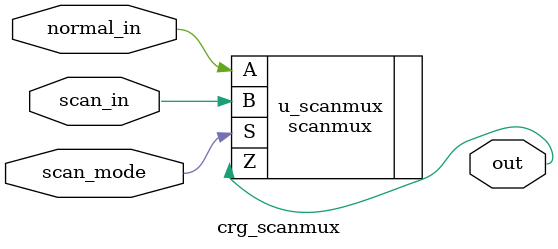
<source format=v>

module async_fifo_avail(
       //write clock domain
       wr_clk,
       wr_reset_n,
       wr_en,
       wr_data,
       wr_full,
       wr_avail_entry,
       //read clock domain
       rd_clk,
       rd_reset_n,
       rd_en,
       rd_data,
       rd_empty
       );
parameter FIFO_WIDTH = 64;
parameter FIFO_DEPTH_INDEX = 4;
parameter FIFO_DEPTH = 1<<FIFO_DEPTH_INDEX;
parameter FIFO_DEPTH_INDEX_PLUS1 = FIFO_DEPTH_INDEX +1;

input   wr_clk;
input   wr_reset_n;
input   wr_en;
input  [FIFO_WIDTH-1:0] wr_data;
output  wr_full;
output [FIFO_DEPTH_INDEX:0] wr_avail_entry;//available entry number


input   rd_clk;
input   rd_reset_n;
input   rd_en;
output  rd_empty;
output [FIFO_WIDTH-1:0] rd_data;

//variable definition
//write clock domain
reg [FIFO_WIDTH-1:0] wr_r_array [FIFO_DEPTH-1:0];//register array
reg [FIFO_DEPTH_INDEX:0] wr_wpointer;//write pointer
wire [FIFO_DEPTH_INDEX:0] wr_wpointer_add1;//write pointer plus 1
reg [FIFO_DEPTH_INDEX:0] wr_wpointer_gray;//write pointer in gray code
reg [FIFO_DEPTH_INDEX:0] wr_wpointer_gray_next;//next write pointer in gray code
reg [FIFO_DEPTH_INDEX:0] wr_rpointer;//synced read pointer
reg [FIFO_DEPTH_INDEX:0] wr_rpointer_sync1;//synchronizer, level 1
reg [FIFO_DEPTH_INDEX:0] wr_rpointer_sync2;//synchronizer, level 2
wire [FIFO_DEPTH_INDEX-1:0] wr_wpointer_index;//write pointer, exclude the extra bit
reg [FIFO_DEPTH_INDEX:0] wr_avail_entry;//available entry number
wire [FIFO_DEPTH_INDEX-1:0] wr_avail_entry_lsb;
//read clock domain
reg [FIFO_DEPTH_INDEX:0] rd_rpointer;//read pointer
wire [FIFO_DEPTH_INDEX:0] rd_rpointer_add1;//read pointer plus 1
reg [FIFO_DEPTH_INDEX:0] rd_rpointer_gray;//read pointer in gray code
reg [FIFO_DEPTH_INDEX:0] rd_rpointer_gray_next;//next read pointer in gray code
reg [FIFO_DEPTH_INDEX:0] rd_wpointer;//synced write pointer
reg [FIFO_DEPTH_INDEX:0] rd_wpointer_sync1;//synchronizer, level 1
reg [FIFO_DEPTH_INDEX:0] rd_wpointer_sync2;//synchronizer, level 2
wire [FIFO_DEPTH_INDEX:0] rd_rpointer_index;//read pointer, exclude the extra bit

/**********write clock domain logic*******************************/
assign wr_wpointer_index = wr_wpointer[FIFO_DEPTH_INDEX-1:0];
integer i;
always @(posedge wr_clk or negedge wr_reset_n)
begin
  if(!wr_reset_n)
  begin
    wr_wpointer_gray <= {FIFO_DEPTH_INDEX_PLUS1{1'b0}};
    for(i=0;i<FIFO_DEPTH;i=i+1) 
    begin
      wr_r_array[i] <= {FIFO_WIDTH{1'b0}};
    end
  end
  else if(wr_en&&!wr_full)
  //igore the write operation if the FIFO is already full
  begin
    wr_r_array[wr_wpointer_index]<=wr_data;
    wr_wpointer_gray<=wr_wpointer_gray_next;
  end
end

//gray code to binary code
always @(wr_wpointer_gray)
begin
  wr_wpointer[FIFO_DEPTH_INDEX] = wr_wpointer_gray[FIFO_DEPTH_INDEX];
  for(i=FIFO_DEPTH_INDEX-1;i>=0;i=i-1)
  begin
    wr_wpointer[i]=wr_wpointer_gray[i]^wr_wpointer[i+1];
  end
end
assign wr_wpointer_add1 = wr_wpointer + 'd1;
//binary code to gray code
always @(wr_wpointer_add1)
begin
  wr_wpointer_gray_next[FIFO_DEPTH_INDEX] = wr_wpointer_add1[FIFO_DEPTH_INDEX];
  for(i=0;i<FIFO_DEPTH_INDEX;i=i+1)
  begin  
    wr_wpointer_gray_next[i]= wr_wpointer_add1[i+1]^wr_wpointer_add1[i];
  end
end


//Sync gray read pointer to write clock domain
always @(posedge wr_clk or negedge wr_reset_n)
begin
  if(!wr_reset_n)
  begin
    wr_rpointer_sync1 <= {FIFO_DEPTH_INDEX{1'b0}};
    wr_rpointer_sync2 <= {FIFO_DEPTH_INDEX{1'b0}};
  end
  else
  begin
    wr_rpointer_sync1 <= rd_rpointer_gray;
    wr_rpointer_sync2 <= wr_rpointer_sync1;
  end
end

//gray code to binary code
always @(wr_rpointer_sync2)
begin
  wr_rpointer[FIFO_DEPTH_INDEX] = wr_rpointer_sync2[FIFO_DEPTH_INDEX];
  for(i=FIFO_DEPTH_INDEX-1;i>=0;i=i-1)
  begin
    wr_rpointer[i]=wr_rpointer_sync2[i]^wr_rpointer[i+1];
  end
end

assign wr_full = (wr_wpointer[FIFO_DEPTH_INDEX]!=wr_rpointer[FIFO_DEPTH_INDEX])&&
          (wr_wpointer[FIFO_DEPTH_INDEX-1:0]==wr_rpointer[FIFO_DEPTH_INDEX-1:0]); 

assign wr_avail_entry_lsb=(wr_rpointer[FIFO_DEPTH_INDEX-1:0]-wr_wpointer[FIFO_DEPTH_INDEX-1:0]);
always@(*)
begin
  if(wr_wpointer==wr_rpointer)//fifo empty
    wr_avail_entry=1<<FIFO_DEPTH_INDEX;
  else 
    wr_avail_entry={1'b0,wr_avail_entry_lsb};
end
    

/**********read clock domain logic*******************************/
assign rd_rpointer_index = rd_rpointer[FIFO_DEPTH_INDEX-1:0];
always @(posedge rd_clk or negedge rd_reset_n)
begin
  if(!rd_reset_n)
    rd_rpointer_gray <= {FIFO_DEPTH_INDEX_PLUS1{1'b0}};
  else if(rd_en&&!rd_empty)
    rd_rpointer_gray <= rd_rpointer_gray_next;
end

assign rd_rpointer_add1 = rd_rpointer + 'd1;
//binary code to gray code
always @(rd_rpointer_add1)
begin
  rd_rpointer_gray_next[FIFO_DEPTH_INDEX] = rd_rpointer_add1[FIFO_DEPTH_INDEX];
  for(i=0;i<FIFO_DEPTH_INDEX;i=i+1)
  begin  
    rd_rpointer_gray_next[i]= rd_rpointer_add1[i+1]^rd_rpointer_add1[i];
  end
end

//gray code to binary code
always @(rd_rpointer_gray)
begin
  rd_rpointer[FIFO_DEPTH_INDEX] = rd_rpointer_gray[FIFO_DEPTH_INDEX];
  for(i=FIFO_DEPTH_INDEX-1;i>=0;i=i-1)
  begin
    rd_rpointer[i]=rd_rpointer_gray[i]^rd_rpointer[i+1];
  end
end


//Sync gray write pointer to read clock domain
always @(posedge rd_clk or negedge rd_reset_n)
begin
  if(!rd_reset_n)
  begin
    rd_wpointer_sync1 <= {FIFO_DEPTH_INDEX{1'b0}};
    rd_wpointer_sync2 <= {FIFO_DEPTH_INDEX{1'b0}};
  end
  else
  begin
    rd_wpointer_sync1 <= wr_wpointer_gray;
    rd_wpointer_sync2 <= rd_wpointer_sync1;
  end
end

//gray code to binary code
always @(rd_wpointer_sync2)
begin
  rd_wpointer[FIFO_DEPTH_INDEX] = rd_wpointer_sync2[FIFO_DEPTH_INDEX];
  for(i=FIFO_DEPTH_INDEX-1;i>=0;i=i-1)
  begin
    rd_wpointer[i]=rd_wpointer_sync2[i]^rd_wpointer[i+1];
  end
end

assign rd_empty = (rd_wpointer==rd_rpointer);
assign rd_data = wr_r_array[rd_rpointer_index];
endmodule

//***********************************************************************
//    Copyright (c) 2016 Corigine, Inc.
//    All Rights Reserved.
//***********************************************************************
//-----------------------------------------------------------------------
// File:        async_fifo.v
// Created:     14:58:02, Feb 01, 2016
//-----------------------------------------------------------------------
// Abstract:    This file implements a asynchronous FIFO based on register
//              array. The FIFO will ignore the write operation in full
//              condition and the read operation in empty condition.
//
// Naming convention:   
//    r_* represents register  
//    w_* represents wire 
//    x_* and y_* represent signal in clock domain x and y in sync module
//-----------------------------------------------------------------------
module async_fifo(
       //write clock domain
       wr_clk,
       wr_reset_n,
       wr_en,
       wr_data,
       wr_full,
       //read clock domain
       rd_clk,
       rd_reset_n,
       rd_en,
       rd_data,
       rd_empty
       );
parameter FIFO_WIDTH = 64;
parameter FIFO_DEPTH_INDEX = 4;
parameter FIFO_DEPTH = 1<<FIFO_DEPTH_INDEX;
parameter FIFO_DEPTH_INDEX_PLUS1 = FIFO_DEPTH_INDEX +1;

input   wr_clk;
input   wr_reset_n;
input   wr_en;
input  [FIFO_WIDTH-1:0] wr_data;
output  wr_full;

input   rd_clk;
input   rd_reset_n;
input   rd_en;
output  rd_empty;
output [FIFO_WIDTH-1:0] rd_data;

//1 depth FIFO is a little special, you don't really need pointers
generate if ( FIFO_DEPTH_INDEX == 0 ) begin: gen_fifo_depth1
reg [FIFO_WIDTH-1:0]    wr_r_array;
reg [FIFO_WIDTH-1:0]    rd_r_array_sync;
reg                     wr_state;
reg                     rd_state;
reg                     wr_state_sync1;
reg                     wr_state_sync2;
reg                     wr_state_sync3;
reg                     rd_state_sync1;
reg                     rd_state_sync2;
wire                    wr_state_sync;
wire                    rd_state_sync;

//write data
always @( posedge wr_clk or negedge wr_reset_n ) begin
    if ( ~wr_reset_n ) begin
        wr_r_array      <= {FIFO_WIDTH{1'b0}};
    end
    else if ( wr_en && ~wr_full ) begin
        wr_r_array      <= wr_data;
    end
end

//toggle write state
always @( posedge wr_clk or negedge wr_reset_n ) begin
    if ( ~wr_reset_n ) begin
        wr_state        <= 1'b0;
    end
    else if ( wr_en && ~wr_full ) begin
        wr_state        <= ~wr_state;
    end
end

//sync read state back
always @( posedge wr_clk or negedge wr_reset_n ) begin
    if ( ~wr_reset_n ) begin
        rd_state_sync1  <= 1'b0;
        rd_state_sync2  <= 1'b0;
    end
    else begin
        rd_state_sync1  <= rd_state;
        rd_state_sync2  <= rd_state_sync1;
    end
end
assign  rd_state_sync = rd_state_sync2;
assign  wr_full = wr_state != rd_state_sync;

//maintain the read state
always @( posedge rd_clk or negedge rd_reset_n ) begin
    if ( ~rd_reset_n ) begin
        rd_state        <= 1'b0;
    end
    else if ( rd_en && ~rd_empty ) begin
        rd_state        <= ~rd_state;
    end
end

always @( posedge rd_clk or negedge rd_reset_n ) begin
    if ( ~rd_reset_n ) begin
      rd_r_array_sync<={FIFO_WIDTH{1'b0}};
    end
    else if (wr_state_sync2!=wr_state_sync3) begin
      rd_r_array_sync<=wr_r_array;
    end
end

//sync write state
always @( posedge rd_clk or negedge rd_reset_n ) begin
    if ( ~rd_reset_n ) begin
        wr_state_sync1  <= 1'b0;
        wr_state_sync2  <= 1'b0;
        wr_state_sync3  <= 1'b0;
    end
    else begin
        wr_state_sync1  <= wr_state;
        wr_state_sync2  <= wr_state_sync1;
        wr_state_sync3  <= wr_state_sync2;
    end
end
assign  wr_state_sync = wr_state_sync3;

assign  rd_empty = rd_state == wr_state_sync;
assign  rd_data = rd_r_array_sync;

end
else begin: gen_fifo_other_depth
//variable definition
//write clock domain
reg [FIFO_WIDTH-1:0] wr_r_array [FIFO_DEPTH-1:0];//register array
reg [FIFO_DEPTH_INDEX:0] wr_wpointer;//write pointer
wire [FIFO_DEPTH_INDEX:0] wr_wpointer_add1;//write pointer
reg [FIFO_DEPTH_INDEX:0] wr_wpointer_gray;//write pointer in gray code
reg [FIFO_DEPTH_INDEX:0] wr_wpointer_gray_next;//write pointer in gray code
reg [FIFO_DEPTH_INDEX:0] wr_rpointer;//synced read pointer
reg [FIFO_DEPTH_INDEX:0] wr_rpointer_sync1;//synchronizer, level 1
reg [FIFO_DEPTH_INDEX:0] wr_rpointer_sync2;//synchronizer, level 2
wire [FIFO_DEPTH_INDEX-1:0] wr_wpointer_index;//write pointer, exclude the extra bit

//read clock domain
reg [FIFO_DEPTH_INDEX:0] rd_rpointer;//read pointer
wire [FIFO_DEPTH_INDEX:0] rd_rpointer_add1;//read pointer
reg [FIFO_DEPTH_INDEX:0] rd_rpointer_gray;//read pointer in gray code
reg [FIFO_DEPTH_INDEX:0] rd_rpointer_gray_next;//read pointer in gray code
reg [FIFO_DEPTH_INDEX:0] rd_wpointer;//synced write pointer
reg [FIFO_DEPTH_INDEX:0] rd_wpointer_sync1;//synchronizer, level 1
reg [FIFO_DEPTH_INDEX:0] rd_wpointer_sync2;//synchronizer, level 2
wire [FIFO_DEPTH_INDEX-1:0] rd_rpointer_index;//read pointer, exclude the extra bit

/**********write clock domain logic*******************************/
assign wr_wpointer_index = wr_wpointer[FIFO_DEPTH_INDEX-1:0];
integer i;
always @(posedge wr_clk or negedge wr_reset_n)
begin
  if(!wr_reset_n)
  begin
    wr_wpointer_gray <= {FIFO_DEPTH_INDEX_PLUS1{1'b0}};
    for(i=0;i<FIFO_DEPTH;i=i+1) 
    begin
      wr_r_array[i] <= {FIFO_WIDTH{1'b0}};
    end
  end
  else if(wr_en&&!wr_full)
  //igore the write operation if the FIFO is already full
  begin
    wr_r_array[wr_wpointer_index]<=wr_data;
    wr_wpointer_gray<=wr_wpointer_gray_next;
  end
end

//binary code to gray code
always @(wr_wpointer_add1)
begin
  wr_wpointer_gray_next[FIFO_DEPTH_INDEX] = wr_wpointer_add1[FIFO_DEPTH_INDEX];
  for(i=0;i<FIFO_DEPTH_INDEX;i=i+1)
  begin  
    wr_wpointer_gray_next[i]= wr_wpointer_add1[i+1]^wr_wpointer_add1[i];
  end
end

//gray code to binary code
always @(wr_wpointer_gray)
begin
  wr_wpointer[FIFO_DEPTH_INDEX] = wr_wpointer_gray[FIFO_DEPTH_INDEX];
  for(i=FIFO_DEPTH_INDEX-1;i>=0;i=i-1)
  begin
    wr_wpointer[i]=wr_wpointer_gray[i]^wr_wpointer[i+1];
  end
end

assign wr_wpointer_add1 = wr_wpointer + 'd1;

//Sync gray read pointer to write clock domain
always @(posedge wr_clk or negedge wr_reset_n)
begin
  if(!wr_reset_n)
  begin
    wr_rpointer_sync1 <= {FIFO_DEPTH_INDEX{1'b0}};
    wr_rpointer_sync2 <= {FIFO_DEPTH_INDEX{1'b0}};
  end
  else
  begin
    wr_rpointer_sync1 <= rd_rpointer_gray;
    wr_rpointer_sync2 <= wr_rpointer_sync1;
  end
end

//gray code to binary code
always @(wr_rpointer_sync2)
begin
  wr_rpointer[FIFO_DEPTH_INDEX] = wr_rpointer_sync2[FIFO_DEPTH_INDEX];
  for(i=FIFO_DEPTH_INDEX-1;i>=0;i=i-1)
  begin
    wr_rpointer[i]=wr_rpointer_sync2[i]^wr_rpointer[i+1];
  end
end

assign wr_full = (wr_wpointer[FIFO_DEPTH_INDEX]!=wr_rpointer[FIFO_DEPTH_INDEX])&&
          (wr_wpointer[FIFO_DEPTH_INDEX-1:0]==wr_rpointer[FIFO_DEPTH_INDEX-1:0]); 
  
/**********read clock domain logic*******************************/
assign rd_rpointer_index = rd_rpointer[FIFO_DEPTH_INDEX-1:0];
always @(posedge rd_clk or negedge rd_reset_n)
begin
  if(!rd_reset_n)
    rd_rpointer_gray <= {FIFO_DEPTH_INDEX_PLUS1{1'b0}};
  else if(rd_en&&!rd_empty)
    rd_rpointer_gray <= rd_rpointer_gray_next;
end

//binary code to gray code
always @(rd_rpointer_add1)
begin
  rd_rpointer_gray_next[FIFO_DEPTH_INDEX] = rd_rpointer_add1[FIFO_DEPTH_INDEX];
  for(i=0;i<FIFO_DEPTH_INDEX;i=i+1)
  begin  
    rd_rpointer_gray_next[i]= rd_rpointer_add1[i+1]^rd_rpointer_add1[i];
  end
end
//gray code to binary code
always @(rd_rpointer_gray)
begin
  rd_rpointer[FIFO_DEPTH_INDEX] = rd_rpointer_gray[FIFO_DEPTH_INDEX];
  for(i=FIFO_DEPTH_INDEX-1;i>=0;i=i-1)
  begin
    rd_rpointer[i]=rd_rpointer_gray[i]^rd_rpointer[i+1];
  end
end

assign rd_rpointer_add1 = rd_rpointer + 'd1;


//Sync gray write pointer to read clock domain
always @(posedge rd_clk or negedge rd_reset_n)
begin
  if(!rd_reset_n)
  begin
    rd_wpointer_sync1 <= {FIFO_DEPTH_INDEX{1'b0}};
    rd_wpointer_sync2 <= {FIFO_DEPTH_INDEX{1'b0}};
  end
  else
  begin
    rd_wpointer_sync1 <= wr_wpointer_gray;
    rd_wpointer_sync2 <= rd_wpointer_sync1;
  end
end

//gray code to binary code
always @(rd_wpointer_sync2)
begin
  rd_wpointer[FIFO_DEPTH_INDEX] = rd_wpointer_sync2[FIFO_DEPTH_INDEX];
  for(i=FIFO_DEPTH_INDEX-1;i>=0;i=i-1)
  begin
    rd_wpointer[i]=rd_wpointer_sync2[i]^rd_wpointer[i+1];
  end
end

assign rd_empty = (rd_wpointer==rd_rpointer);
assign rd_data = wr_r_array[rd_rpointer_index];

end
endgenerate
endmodule

//***********************************************************************
//    Copyright (c) 2016 Corigine, Inc.
//    All Rights Reserved.
//***********************************************************************
//-----------------------------------------------------------------------
// File:        crg_reset_sync.v
// Created:     15:32:28, Apr 01, 2016
//-----------------------------------------------------------------------
// Abstract:    sync the reset signal
//
//-----------------------------------------------------------------------
module crg_reset_sync (
    input  wire     clk,
    input  wire     i_rstn,
    output wire     o_rstn,
    input  wire     scan_mode
);

reg r1;
reg r2;

always @( posedge clk or negedge i_rstn ) begin
    if ( ~i_rstn ) begin
        r1      <= 1'b0;
        r2      <= 1'b0;
    end
    else begin
        r1      <= 1'b1;
        r2      <= r1;
    end
end

//assign o_rstn = scan_mode ? i_rstn : r2;

scanmux     u_reset_n_o_tm ( .S(scan_mode), .A(r2), .B(i_rstn), .Z(o_rstn));

endmodule

//***********************************************************************
//    Copyright (c) 2016 Corigine, Inc.
//    All Rights Reserved.
//***********************************************************************
//-----------------------------------------------------------------------
// File:        level_sync.v
// Auther:      Kaidi You (kaidiyou@corigine.com)
// Created:     16:16:48, Feb 04, 2016
//-----------------------------------------------------------------------
// Abstract:    Synchronizer for level signal
//
// Naming convention:   
//    r_* represents register  
//    w_* represents wire 
//    x_* and y_* represent signal in clock domain x and y in sync module
//-----------------------------------------------------------------------
module level_sync #(
					parameter DEFAULT_VALUE = 0)
					(
                  //Source clock domain
                  a_data_in,
                  //destination clock domain
                  b_clk,
                  b_reset_n,
                  b_data_out
                  );
 //Source clock domain
input  a_data_in;
 //destination clock domain
input  b_clk;
input  b_reset_n;
output b_data_out;

reg b_sync_1;
reg b_sync_2;
generate
if (DEFAULT_VALUE)
begin:default1
 always@(posedge b_clk or negedge b_reset_n)
 begin
   if(!b_reset_n)
   begin
     b_sync_1<=1'b1;
     b_sync_2<=1'b1;
   end
   else
   begin
     b_sync_1<=a_data_in;
     b_sync_2<=b_sync_1;
   end
 end
end
else
begin:default0
 always@(posedge b_clk or negedge b_reset_n)
 begin
   if(!b_reset_n)
   begin
     b_sync_1<=1'b0;
     b_sync_2<=1'b0;
   end
   else
   begin
     b_sync_1<=a_data_in;
     b_sync_2<=b_sync_1;
   end
 end
end
endgenerate
assign b_data_out = b_sync_2;

endmodule


//***********************************************************************
//    Copyright (c) 2016 Corigine, Inc.
//    All Rights Reserved.
//***********************************************************************
//-----------------------------------------------------------------------
// File:        lru_arbiter.v
// Created:     11:17:01, Junly 19, 2016
//-----------------------------------------------------------------------
// Abstract:    Latest Recent Used arbiter
//
//-----------------------------------------------------------------------
module usb_lru_arbiter(
       clk,
       reset_n,
       req_array,
       win_array,
       win_done
       );
parameter REQ_NUM = 3;
input clk;
input reset_n;
input [REQ_NUM-1:0] req_array;
output [REQ_NUM-1:0] win_array;
input  win_done;
reg [REQ_NUM-1:0] status_reg [REQ_NUM-1:0] ;//This register matrix can be optimized to triangle
reg [REQ_NUM-1:0] win_array_pre;
reg [REQ_NUM-1:0] win_array_latch;
reg arb_busy;

integer i,j,k,u;
always@(posedge clk or negedge reset_n)
begin
  if(!reset_n)
    arb_busy<=1'b0;
  else if(win_done)
    arb_busy<=1'b0;
  else if(|win_array)
    arb_busy<=1'b1;
end

always@(posedge clk or negedge reset_n)
begin
  if(!reset_n)
  begin
    for(u=0;u<REQ_NUM;u=u+1)
    begin
      for(k=0;k<REQ_NUM;k=k+1)
      begin
        if(k<u)
          status_reg[u][k]<=1'b0;
        else
          status_reg[u][k]<=1'b1;
      end
    end
  end
  else if(win_done)
  begin
    for(u=0;u<REQ_NUM;u=u+1)
    begin
      for(k=0;k<REQ_NUM;k=k+1)
      begin
        if(win_array[u])
          status_reg[u][k]<=1'b0;
        else if(win_array[k])
          status_reg[u][k]<=1'b1;
      end
    end
  end
end

always@(*)
begin
for(i=0;i<REQ_NUM;i=i+1)
begin
  win_array_pre[i]=1;
  for(j=0;j<REQ_NUM;j=j+1)
  begin
    if(i==j)
    begin
      win_array_pre[i]=win_array_pre[i]&req_array[j];
    end
    else
    begin
      win_array_pre[i]=win_array_pre[i]&(~req_array[j]|status_reg[i][j]);
    end
  end
end
end

always@(posedge clk or negedge reset_n)
begin
  if(!reset_n)
    win_array_latch<={REQ_NUM{1'b0}};
  else if(!arb_busy)
    win_array_latch<=win_array_pre;
end

assign win_array = arb_busy ? win_array_latch : win_array_pre;

endmodule

//***********************************************************************
//    Copyright (c) 2016 Corigine, Inc.
//    All Rights Reserved.
//***********************************************************************
//-----------------------------------------------------------------------
// File:        lru_arbiter.v
// Created:     11:17:01, Junly 19, 2016
//-----------------------------------------------------------------------
// Abstract:    Latest Recent Used arbiter
//
//-----------------------------------------------------------------------
module lru_prio_arbiter(
       clk,
       reset_n,
       req_array,
       req_prio,
       win_array,
       win_done
       );
parameter REQ_NUM = 3;
input clk;
input reset_n;
input [REQ_NUM-1:0] req_array;
input [REQ_NUM-1:0] req_prio;
output [REQ_NUM-1:0] win_array;
input  win_done;
wire [REQ_NUM-1:0]   req_array_mod;
reg [REQ_NUM-1:0] status_reg [REQ_NUM-1:0] ;//This register matrix can be optimized to triangle
reg [REQ_NUM-1:0] win_array_pre;
reg [REQ_NUM-1:0] win_array_latch;
reg arb_busy;

assign req_array_mod = |(req_array & req_prio ) ? req_array & req_prio : req_array;

integer i,j,k,u;
always@(posedge clk or negedge reset_n)
begin
  if(!reset_n)
    arb_busy<=1'b0;
  else if(win_done)
    arb_busy<=1'b0;
  else if(|win_array)
    arb_busy<=1'b1;
end

always@(posedge clk or negedge reset_n)
begin
  if(!reset_n)
  begin
    for(u=0;u<REQ_NUM;u=u+1)
    begin
      for(k=0;k<REQ_NUM;k=k+1)
      begin
        if(k<u)
          status_reg[u][k]<=1'b0;
        else
          status_reg[u][k]<=1'b1;
      end
    end
  end
  else if(win_done)
  begin
    for(u=0;u<REQ_NUM;u=u+1)
    begin
      for(k=0;k<REQ_NUM;k=k+1)
      begin
        if(win_array[u])
          status_reg[u][k]<=1'b0;
        else if(win_array[k])
          status_reg[u][k]<=1'b1;
      end
    end
  end
end

always@(*)
begin
for(i=0;i<REQ_NUM;i=i+1)
begin
  win_array_pre[i]=1;
  for(j=0;j<REQ_NUM;j=j+1)
  begin
    if(i==j)
    begin
      win_array_pre[i]=win_array_pre[i]&req_array_mod[j];
    end
    else
    begin
      win_array_pre[i]=win_array_pre[i]&(~req_array_mod[j]|status_reg[i][j]);
    end
  end
end
end

always@(posedge clk or negedge reset_n)
begin
  if(!reset_n)
    win_array_latch<={REQ_NUM{1'b0}};
  else if(!arb_busy)
    win_array_latch<=win_array_pre;
end

assign win_array = arb_busy ? win_array_latch : win_array_pre;

endmodule

//***********************************************************************
//    Copyright (c) 2016 Corigine, Inc.
//    All Rights Reserved.
//***********************************************************************
//-----------------------------------------------------------------------
// File:        mem2_fifo.v
// Created:     13:56:18, Jul 26, 2016
//-----------------------------------------------------------------------
// Abstract:    This module is used to translate the memory interface into fifo read interface
//
//-----------------------------------------------------------------------
module mem2fifo #( parameter WIDTH = 4 ) (
    input wire          clk,
    input wire          rstn,
    output wire         mem_ren,
    input wire          mem_rack,
    input wire [WIDTH-1:0] mem_rdata,
    input wire          mem_rempty,

    input wire          fifo_rd,
    output wire [WIDTH-1:0] fifo_rdata,
    output reg          fifo_empty
);

reg [WIDTH-1:0]         data;

//when to fetch data ?
// mem_rempty is 0 and fifo_empty is 1
localparam       IDLE = 1'b0;
localparam       FETCH = 1'b1;

reg     state;
reg     nstate;

always @( posedge clk or negedge rstn) begin
    if ( ~rstn ) begin
        state   <= IDLE;
    end
    else begin
        state  <= nstate;
    end
end

always @( * ) begin
    nstate = state;
    case ( state )
        IDLE: begin
            if ( fifo_empty & ~mem_rempty ) begin
                nstate = FETCH;
            end
        end
        FETCH: begin
            if ( mem_rack ) begin
                nstate  = IDLE;
            end
        end
    endcase
end

always @( posedge clk or negedge rstn ) begin
    if ( ~rstn ) begin
        data    <= {WIDTH{1'b0}};
    end
    else if ( state == FETCH && nstate == IDLE ) begin
        data    <=  mem_rdata;
    end
end

always @( posedge clk or negedge rstn ) begin
    if ( ~rstn ) begin
        fifo_empty      <= 1'b1;
    end
    else if ( state == FETCH && nstate == IDLE ) begin
        fifo_empty      <= 1'b0;
    end
    else if ( fifo_rd ) begin
        fifo_empty      <= 1'b1;
    end
end 

assign  fifo_rdata = data;
assign  mem_ren = state == FETCH;

endmodule

//***********************************************************************
//    Copyright (c) 2016 Corigine, Inc.
//    All Rights Reserved.
//***********************************************************************
//-----------------------------------------------------------------------
// File:        multi_bit_sync.v
// Created:     14:00:01, Feb 02, 2016
//-----------------------------------------------------------------------
// Abstract:    This file implements a multi-bit synchronizer which includes
//              a latch register and synced register. When req pulse is valid
//              the input bits are latched to latch register. The req pulse is
//              then synchronized to destination clock domain and synced
//              register will sample the value of latch register. In the last
//              step, the req pulse is synced back to source clock domain to 
//              generate an ack pulse. A new round synchronizaiton can start 
//              after the previous ack has been received.
//
// Naming convention:   
//    r_* represents register  
//    w_* represents wire 
//    x_* and y_* represent signal in clock domain x and y in sync module
//-----------------------------------------------------------------------
module multi_bit_sync(
       //source clock domain
       a_clk,
       a_reset_n,
       a_req,
       a_ack,
       a_data_in,
       //destination clock domain
       b_clk,
       b_reset_n,
       b_update,
       b_data_out
       );
parameter DATA_WIDTH =1;
parameter DATA_DEFAULT = 'h0;

//source clock domain
input   a_clk;
input   a_reset_n;
input   a_req;//pulse valid
output  a_ack;//pulse valid
input [DATA_WIDTH-1:0] a_data_in;
//destination clock domain
input   b_clk;
input   b_reset_n;
output  b_update;//pulse valid
output [DATA_WIDTH-1:0] b_data_out;

//variable definition
reg [DATA_WIDTH-1:0] a_latch_reg;//latch register
reg [DATA_WIDTH-1:0] b_synced_reg;//synced register
reg a_req_toggle;
reg b_req_sync1;
reg b_req_sync2;
reg b_req_sync3;
reg a_ack_sync1;
reg a_ack_sync2;
reg a_ack_sync3;
reg b_update;
reg b_update_toggle;

/***********************Source clock domain***********************/
always@(posedge a_clk or negedge a_reset_n)
begin
  if(!a_reset_n)
  begin
    a_req_toggle<=1'b0;
    a_latch_reg<=DATA_DEFAULT;
  end
  else if(a_req)
  begin
    a_req_toggle<=~a_req_toggle;
    a_latch_reg<=a_data_in;//latch the input data when a_req is valid
  end
end

always@(posedge a_clk or negedge a_reset_n)
begin
  if(!a_reset_n)
  begin
    a_ack_sync1<=1'b0;
    a_ack_sync2<=1'b0;
    a_ack_sync3<=1'b0;
  end
  else
  begin
    a_ack_sync1<=b_update_toggle;
    a_ack_sync2<=a_ack_sync1;
    a_ack_sync3<=a_ack_sync2;
  end
end
  
assign a_ack = a_ack_sync2^a_ack_sync3;
/***********************Destination clock domain***********************/
always@(posedge b_clk or negedge b_reset_n)
begin
  if(!b_reset_n)
  begin
    b_req_sync1<=1'b0;
    b_req_sync2<=1'b0;
    b_req_sync3<=1'b0;
    b_update<=1'b0;
  end
  else
  begin
    b_req_sync1<=a_req_toggle;
    b_req_sync2<=b_req_sync1;
    b_req_sync3<=b_req_sync2;
    b_update<=b_req_sync2^b_req_sync3;
  end
end

always@(posedge b_clk or negedge b_reset_n)
begin
  if(!b_reset_n)
  begin
    b_synced_reg<=DATA_DEFAULT;
    b_update_toggle<=1'b0;
  end
  else if(b_req_sync2^b_req_sync3)
  begin
    b_synced_reg<=a_latch_reg;
    b_update_toggle<=~b_update_toggle;
  end
end

assign b_data_out = b_synced_reg;

endmodule
//***********************************************************************
//    Copyright (c) 2016 Corigine, Inc.
//    All Rights Reserved.
//***********************************************************************
//-----------------------------------------------------------------------
// File:        pulse_fb_sync.v
// Created:     10:50:02, Feb 01, 2016
//-----------------------------------------------------------------------
// Abstract:    ADD DESCRIPTION HERE
//
// Naming convention:   
//    r_* represents register  
//    w_* represents wire 
//    x_* and y_* represent signal in clock domain x and y in sync module
//-----------------------------------------------------------------------
module pulse_fb_sync (
       //source clock domain a
       a_clk,
       a_reset_n,
       a_pulse_in,
       a_pulse_ack,
       //destination clock domain b
       b_clk,
       b_reset_n,
       b_pulse_out
       );
//source clock domain a
input  a_clk;
input  a_reset_n;
input  a_pulse_in;
output a_pulse_ack;//a_pulse_in can be valid again until a_pulse_ack for
                   //previous a_pulse_in is received
//destination clock domain b
input  b_clk;
input  b_reset_n;
output b_pulse_out;
//variable definition
reg a_r_toggle;//Register that is used to convert pulse to level change 
reg a_r_sync1;//Synchronization register, level 1
reg a_r_sync2;//Synchronization register, level 2
reg a_r_sync3;//Synchronization register, level 3
reg b_r_sync1;//Synchronization register, level 1
reg b_r_sync2;//Synchronization register, level 2
reg b_r_sync3;//Synchronization register, level 3

//**************Clock domain a****************************
always @(posedge a_clk or negedge a_reset_n)
begin
  if(!a_reset_n)
    a_r_toggle <= 1'b0;
  else if(a_pulse_in)//toggle on each valid pulse
    a_r_toggle <= ~a_r_toggle;
end

always @(posedge a_clk or negedge a_reset_n)
begin
  if(!a_reset_n)
  begin
    a_r_sync1 <= 1'b0;
    a_r_sync2 <= 1'b0;
    a_r_sync3 <= 1'b0;
  end
  else
  begin
    a_r_sync1 <= b_r_sync3;
    a_r_sync2 <= a_r_sync1;
    a_r_sync3 <= a_r_sync2;
  end
end

//Generate feedback pulse upon the level change
assign a_pulse_ack = a_r_sync2^a_r_sync3;
//**************Clock domain b****************************
always @(posedge b_clk or negedge b_reset_n)
begin
  if(!b_reset_n)
  begin
    b_r_sync1 <= 1'b0;
    b_r_sync2 <= 1'b0;
    b_r_sync3 <= 1'b0;
  end
  else
  begin
    b_r_sync1 <= a_r_toggle;
    b_r_sync2 <= b_r_sync1;
    b_r_sync3 <= b_r_sync2;
  end
end
    
assign b_pulse_out = b_r_sync2^b_r_sync3;//Generate pulse upon the level change




endmodule

//***********************************************************************
//    Copyright (c) 2016 Corigine, Inc.
//    All Rights Reserved.
//***********************************************************************
//-----------------------------------------------------------------------
// File:        pulse_sync.v
// Created:     10:28:12, Feb 01, 2016
//-----------------------------------------------------------------------
// Abstract:    This file implements a synchronizer that synchronizes a
//              pulse signal from clock domain a to a pulse signal in clock
//              domain b. There is no handshakeing scheme, so users have to
//              avoid two consecutive pulses which may be failed to
//              synchronize 
//
// Naming convention:   
//    r_* represents register  
//    w_* represents wire 
//    x_* and y_* represent signal in clock domain x and y in sync module

//-----------------------------------------------------------------------

module pulse_sync (
       //source clock domain a
       a_clk,
       a_reset_n,
       a_pulse_in,
       //destination clock domain b
       b_clk,
       b_reset_n,
       b_pulse_out
       );
//source clock domain a
input  a_clk;
input  a_reset_n;
input  a_pulse_in;
//destination clock domain b
input  b_clk;
input  b_reset_n;
output b_pulse_out;
//variable definition
reg a_r_toggle;//Register that is used to convert pulse to level change 
reg b_r_sync1;//Synchronization register, level 1
reg b_r_sync2;//Synchronization register, level 2
reg b_r_sync3;//Synchronization register, level 3

//**************Clock domain a****************************
always @(posedge a_clk or negedge a_reset_n)
begin
  if(!a_reset_n)
    a_r_toggle <= 1'b0;
  else if(a_pulse_in)//toggle on each valid pulse
    a_r_toggle <= ~a_r_toggle;
end


//**************Clock domain b****************************
always @(posedge b_clk or negedge b_reset_n)
begin
  if(!b_reset_n)
  begin
    b_r_sync1 <= 1'b0;
    b_r_sync2 <= 1'b0;
    b_r_sync3 <= 1'b0;
  end
  else
  begin
    b_r_sync1 <= a_r_toggle;
    b_r_sync2 <= b_r_sync1;
    b_r_sync3 <= b_r_sync2;
  end
end
    
assign b_pulse_out = b_r_sync2^b_r_sync3;//Generate pulse upon the level change




endmodule

//***********************************************************************
//    Copyright (c) 2016 Corigine, Inc.
//    All Rights Reserved.
//***********************************************************************
//-----------------------------------------------------------------------
// File:        sync_fifo.v
// Created:     11:17:01, Feb 01, 2016
//-----------------------------------------------------------------------
// Abstract:    This file implements a synchronous FIFO based on register
//              array. The FIFO will ignore the write operation in full
//              condition and the read operation in empty condition.
//              Compared with sync_fifo, this FIFO can provide available
//              entry info for write end 
//
// Naming convention:   
//    r_* represents register  
//    w_* represents wire 
//    x_* and y_* represent signal in clock domain x and y in sync module
//-----------------------------------------------------------------------
module sync_fifo_avail(
       clk,
       reset_n,
       wr_en,
       wr_data,
       wr_full,
       avail_entry,
       rd_en,
       rd_data,
       rd_empty
       );
parameter FIFO_WIDTH = 64;
parameter FIFO_DEPTH_INDEX = 4;
parameter FIFO_DEPTH = 1<<FIFO_DEPTH_INDEX;
parameter FIFO_DEPTH_INDEX_PLUS1 = FIFO_DEPTH_INDEX+1;

input   clk;
input   reset_n;
input   wr_en;
input  [FIFO_WIDTH-1:0] wr_data;
output  wr_full;
output [FIFO_DEPTH_INDEX:0] avail_entry;//available entry number
input   rd_en;
output  rd_empty;
output [FIFO_WIDTH-1:0] rd_data;

//variable definition
reg [FIFO_WIDTH-1:0] r_array [FIFO_DEPTH-1:0];
reg [FIFO_DEPTH_INDEX:0] wr_pointer;
reg [FIFO_DEPTH_INDEX:0] rd_pointer;
wire [FIFO_DEPTH_INDEX-1:0] wr_pointer_index;
wire [FIFO_DEPTH_INDEX-1:0] rd_pointer_index;
assign wr_pointer_index = wr_pointer[FIFO_DEPTH_INDEX-1:0];
assign rd_pointer_index = rd_pointer[FIFO_DEPTH_INDEX-1:0];
reg  [FIFO_DEPTH_INDEX:0] avail_entry;
wire [FIFO_DEPTH_INDEX-1:0] avail_entry_lsb;
integer i;
always @(posedge clk or negedge reset_n)
begin
  if(!reset_n)
  begin
    wr_pointer <= {FIFO_DEPTH_INDEX_PLUS1{1'b0}};
    for(i=0;i<FIFO_DEPTH;i=i+1) 
    begin
      r_array[i] <= {FIFO_WIDTH{1'b0}};
    end
  end
  else if(wr_en&&!wr_full)
  //igore the write operation if the FIFO is already full
  begin
    r_array[wr_pointer_index]<=wr_data;
    wr_pointer<=wr_pointer+1;
  end
end

always @(posedge clk or negedge reset_n)
begin
  if(!reset_n)
    rd_pointer <= {FIFO_DEPTH_INDEX_PLUS1{1'b0}};
  else if(rd_en&&!rd_empty)
    rd_pointer <= rd_pointer + 1;
end

assign wr_full = (wr_pointer[FIFO_DEPTH_INDEX]!=rd_pointer[FIFO_DEPTH_INDEX])&&
          (wr_pointer[FIFO_DEPTH_INDEX-1:0]==rd_pointer[FIFO_DEPTH_INDEX-1:0]);

assign avail_entry_lsb=(rd_pointer[FIFO_DEPTH_INDEX-1:0]-wr_pointer[FIFO_DEPTH_INDEX-1:0]);
always@(*)
begin
  if(rd_empty)
    avail_entry=1<<FIFO_DEPTH_INDEX;
  else 
    avail_entry={1'b0,avail_entry_lsb};
end
    

assign rd_empty = (wr_pointer==rd_pointer);

assign rd_data = r_array[rd_pointer_index];
endmodule

//***********************************************************************
//    Copyright (c) 2016 Corigine, Inc.
//    All Rights Reserved.
//***********************************************************************
//-----------------------------------------------------------------------
// File:        sync_fifo.v
// Created:     11:17:01, Feb 01, 2016
//-----------------------------------------------------------------------
// Abstract:    This file implements a synchronous FIFO based on register
//              array. The FIFO will ignore the write operation in full
//              condition and the read operation in empty condition.
//
// Naming convention:   
//    r_* represents register  
//    w_* represents wire 
//    x_* and y_* represent signal in clock domain x and y in sync module
//-----------------------------------------------------------------------
module sync_fifo(
       clk,
       reset_n,
       wr_en,
       wr_data,
       wr_full,
       rd_en,
       rd_data,
       rd_empty
       );
parameter FIFO_WIDTH = 64;
parameter FIFO_DEPTH_INDEX = 4;
parameter FIFO_DEPTH = 1<<FIFO_DEPTH_INDEX;
parameter FIFO_DEPTH_INDEX_PLUS1 = FIFO_DEPTH_INDEX+1;

input   clk;
input   reset_n;
input   wr_en;
input  [FIFO_WIDTH-1:0] wr_data;
output  wr_full;
input   rd_en;
output  rd_empty;
output [FIFO_WIDTH-1:0] rd_data;

//variable definition
reg [FIFO_WIDTH-1:0] r_array [FIFO_DEPTH-1:0];
reg [FIFO_DEPTH_INDEX:0] wr_pointer;
reg [FIFO_DEPTH_INDEX:0] rd_pointer;
wire [FIFO_DEPTH_INDEX-1:0] wr_pointer_index;
wire [FIFO_DEPTH_INDEX-1:0] rd_pointer_index;
assign wr_pointer_index = wr_pointer[FIFO_DEPTH_INDEX-1:0];
assign rd_pointer_index = rd_pointer[FIFO_DEPTH_INDEX-1:0];

integer i;
always @(posedge clk or negedge reset_n)
begin
  if(!reset_n)
  begin
    wr_pointer <= {FIFO_DEPTH_INDEX_PLUS1{1'b0}};
    for(i=0;i<FIFO_DEPTH;i=i+1) 
    begin
      r_array[i] <= {FIFO_WIDTH{1'b0}};
    end
  end
  else if(wr_en&&!wr_full)
  //igore the write operation if the FIFO is already full
  begin
    r_array[wr_pointer_index]<=wr_data;
    wr_pointer<=wr_pointer+1;
  end
end

always @(posedge clk or negedge reset_n)
begin
  if(!reset_n)
    rd_pointer <= {FIFO_DEPTH_INDEX_PLUS1{1'b0}};
  else if(rd_en&&!rd_empty)
    rd_pointer <= rd_pointer + 1;
end

assign wr_full = (wr_pointer[FIFO_DEPTH_INDEX]!=rd_pointer[FIFO_DEPTH_INDEX])&&
          (wr_pointer[FIFO_DEPTH_INDEX-1:0]==rd_pointer[FIFO_DEPTH_INDEX-1:0]); 
assign rd_empty = (wr_pointer==rd_pointer);

assign rd_data = r_array[rd_pointer_index];
endmodule

//***********************************************************************
//    Copyright (c) 2016 Corigine, Inc.
//    All Rights Reserved.
//***********************************************************************
//-----------------------------------------------------------------------
// File:        two_ports_async_mem.v
// Created:     18:27:09, Mar 17, 2016
//-----------------------------------------------------------------------
// Abstract:    Two ports memory model, write and read ports are in
//              different clock domains
//
//-----------------------------------------------------------------------
module two_ports_async_mem(
        //read port
        rd_clk,
        rd_rst_n,
        rd_en,
        rd_addr,
        rd_data,
        //write port
        wr_clk,
        wr_rst_n,
        wr_en,
        wr_addr,
        wr_data
        );
parameter MEM_WIDTH = 64;
parameter MEM_ADDR_WIDTH = 10;
parameter MEM_DEPTH = 1<<MEM_ADDR_WIDTH;
     //read port
input        rd_clk;
input        rd_rst_n;
input        rd_en;
input        [MEM_ADDR_WIDTH-1:0] rd_addr;
output       [MEM_WIDTH-1:0] rd_data;
     //write port
input        wr_clk;
input        wr_rst_n;
input        wr_en;
input        [MEM_ADDR_WIDTH-1:0] wr_addr;
input        [MEM_WIDTH-1:0] wr_data;


reg          [MEM_WIDTH-1:0] rd_data;
reg          [MEM_WIDTH-1:0] mem_array [MEM_DEPTH-1:0];

integer i;
always@(posedge wr_clk or negedge wr_rst_n)
begin
  if(!wr_rst_n)
    for(i=0;i<MEM_DEPTH;i=i+1)
    begin
      mem_array[i]<={MEM_WIDTH{1'b0}};
    end
  else if(wr_en)
    mem_array[wr_addr]<=wr_data;
end

always@(posedge rd_clk or negedge rd_rst_n)
begin
  if(!rd_rst_n)
    rd_data<={MEM_WIDTH{1'b0}};
  else if(rd_en)
    rd_data<= mem_array[rd_addr];
end
  
endmodule

//***********************************************************************
//    Copyright (c) 2016 Corigine, Inc.
//    All Rights Reserved.
//***********************************************************************
//-----------------------------------------------------------------------
// File:        two_ports_sync_mem.v
// Created:     16:41:05, Mar 17, 2016
//-----------------------------------------------------------------------
// Abstract:    Two ports memory model, write and read ports are in same
//              clock domain
//
//-----------------------------------------------------------------------

module two_ports_sync_mem(
        clk,
        rst_n,
        //read port
        rd_en,
        rd_addr,
        rd_data,
        //write port
        wr_en,
        wr_addr,
        wr_data
        );

parameter MEM_WIDTH = 64;
parameter MEM_ADDR_WIDTH = 10;
parameter MEM_DEPTH = 1<<MEM_ADDR_WIDTH;
input        clk;
input        rst_n;
     //read port
input        rd_en;
input        [MEM_ADDR_WIDTH-1:0] rd_addr;
output       [MEM_WIDTH-1:0] rd_data;
     //write port
input        wr_en;
input        [MEM_ADDR_WIDTH-1:0] wr_addr;
input        [MEM_WIDTH-1:0] wr_data;


reg          [MEM_WIDTH-1:0] rd_data;
reg          [MEM_WIDTH-1:0] mem_array [MEM_DEPTH-1:0];

integer i;
always@(posedge clk or negedge rst_n)
begin
  if(!rst_n)
    for(i=0;i<MEM_DEPTH;i=i+1)
    begin
      mem_array[i]<={MEM_WIDTH{1'b0}};
    end
  else if(wr_en)
    mem_array[wr_addr]<=wr_data;
end

always@(posedge clk or negedge rst_n)
begin
  if(!rst_n)
    rd_data<={MEM_WIDTH{1'b0}};
  else if(rd_en)
    rd_data<= mem_array[rd_addr];
end
  
endmodule
//***********************************************************************
//    Copyright (c) 2016 Corigine, Inc.
//    All Rights Reserved.
//***********************************************************************
//-----------------------------------------------------------------------
// File:        icg_cell_posedge.v
// Auther:      Qunzhao Tian (qunzhao@corigine.com)
// Created:     10:21:47, Oct 27, 2016
//-----------------------------------------------------------------------
// Abstract:    Latch Based Clock Gating - Posedge
//              The circuit employs a latch with inverted clock input and
//              a AND gate. The output clock is always clock gated HIGH 
//              when Enable is low
//
//-----------------------------------------------------------------------

module icg_cell_posedge
(
//input clock
input  wire clk_i,
//clock enable
input  wire clk_en,
//Test Mode
input  wire test,
//gated output clock
output wire clk_o
);

wire clk_i_inv; //invert version of the clk_i
wire enable;
reg  latch_enable; //latch ouput enable

assign clk_i_inv = !clk_i; 
assign enable = test || clk_en;

always @ (clk_i_inv or enable) begin
  if (clk_i_inv)
    latch_enable = enable;
end

assign clk_o = clk_i && latch_enable;

endmodule




//-----------------------------------------------------------------------
// File: crg_scanmux          
//-----------------------------------------------------------------------

module crg_scanmux ( 
output out,
input  scan_mode,
input  normal_in,
input  scan_in  
);


 scanmux u_scanmux ( .Z(out),	.S(scan_mode),	.A (normal_in),	.B(scan_in) );

endmodule

</source>
